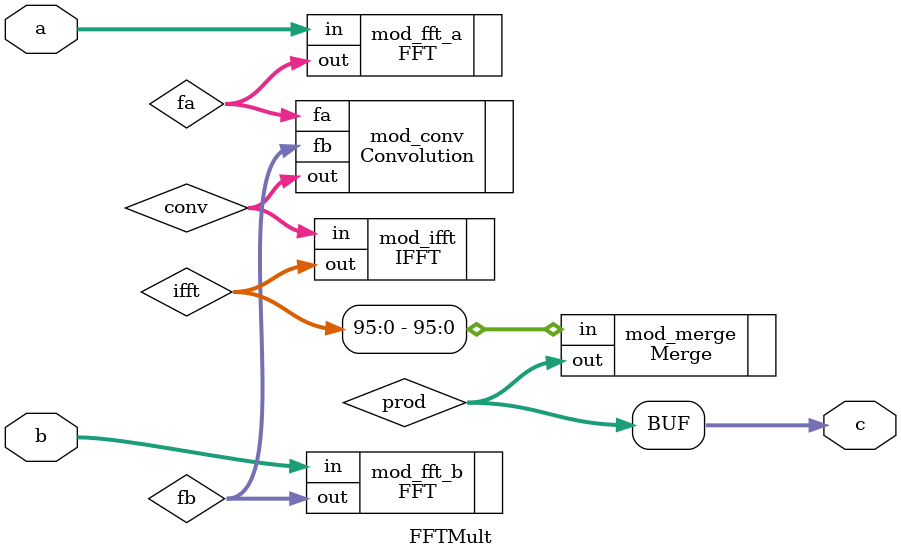
<source format=v>
`timescale 1ns / 1ps


module FFTMult(
        input [7:0] a,
        input [7:0] b,
        output reg [15:0] c
    );
    
 
    wire [143:0] fa;
    wire [143:0] fb;
    wire [143:0] conv;
    wire [143:0] ifft;
    wire [15:0] prod;


    FFT mod_fft_a(.in(a), .out(fa));
    FFT mod_fft_b(.in(b), .out(fb));
    Convolution mod_conv(.fa(fa), .fb(fb), .out(conv)); 
    IFFT mod_ifft(.in(conv), .out(ifft));
    Merge mod_merge(.in(ifft[95:0]), .out(prod));
    
    always @(*) begin
        c = prod;
    end
endmodule


</source>
